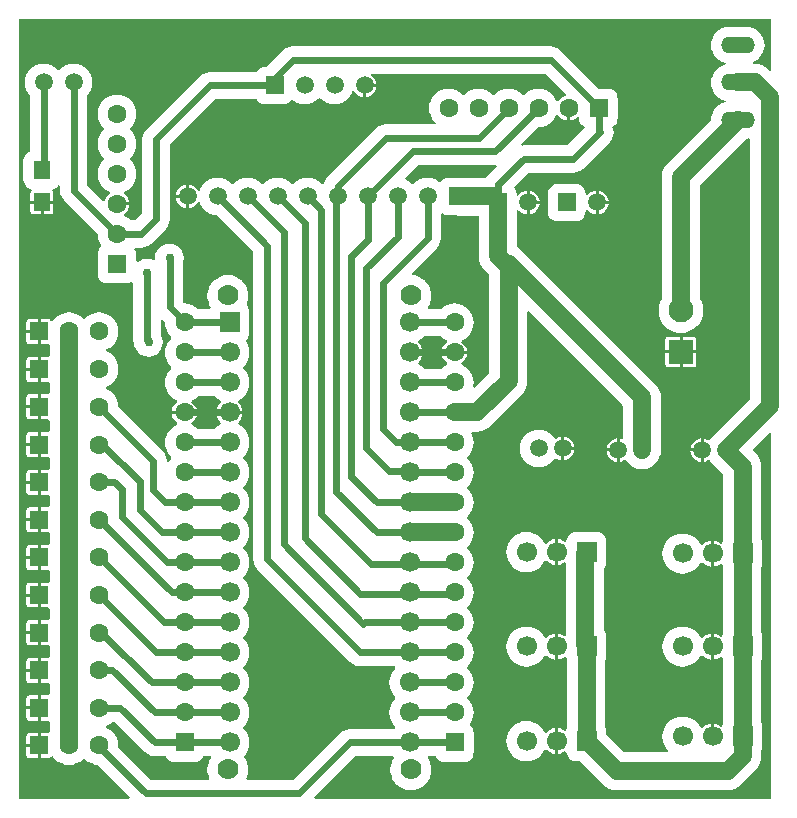
<source format=gtl>
%FSTAX23Y23*%
%MOIN*%
%SFA1B1*%

%IPPOS*%
%ADD10R,0.057090X0.061020*%
%ADD11C,0.060000*%
%ADD12C,0.024000*%
%ADD13R,0.066930X0.066930*%
%ADD14C,0.066930*%
%ADD15C,0.070000*%
%ADD16O,0.112000X0.056000*%
%ADD17C,0.062990*%
%ADD18R,0.062990X0.062990*%
%ADD19C,0.059050*%
%ADD20R,0.059050X0.059050*%
%ADD21C,0.082680*%
%ADD22R,0.082680X0.082680*%
%ADD23R,0.062990X0.062990*%
%ADD24C,0.030000*%
%LNqudruped_nano-1*%
%LPD*%
G36*
X04476Y0308D02*
X04447Y03052D01*
X04441Y03043*
X04345*
X0434Y03042*
X04315*
X04306Y03041*
X04298Y03038*
X04291Y03033*
X04289Y03029*
X04284Y03028*
X04279Y03032*
X04269Y03038*
X04257Y03041*
X04245Y03042*
X04232Y03041*
X0422Y03038*
X0421Y03032*
X042Y03024*
X04197Y0302*
X04192*
X04189Y03024*
X04179Y03032*
X04172Y03036*
X04171Y03042*
X04213Y03084*
X0447*
X04473Y03085*
X04476Y0308*
G37*
G36*
X04298Y02921D02*
X04306Y02918D01*
X04315Y02917*
X0434*
X04345Y02916*
X04416*
Y0278*
X04417Y02767*
X04421Y02755*
X04427Y02744*
X04435Y02735*
X04451Y02718*
Y02391*
X04402Y02341*
X04397Y02344*
X04398Y02347*
X04399Y0236*
X04398Y02372*
X04394Y02384*
X04388Y02396*
X0438Y02405*
X04371Y02413*
X04359Y02419*
X04359Y0242*
X04358Y02425*
X04364Y0243*
X04371Y02439*
X04375Y02449*
X04376Y02455*
X04335*
X04293*
X04294Y02449*
X04298Y02439*
X04305Y0243*
X04311Y02425*
X0431Y0242*
X0431Y02419*
X04298Y02413*
X04289Y02405*
X04288Y02405*
X04233*
X04232Y02407*
X04222Y02415*
X04213Y0242*
X04212Y02426*
X04216Y02429*
X04222Y02438*
X04227Y02448*
X04228Y02455*
X04185*
Y02465*
X04228*
X04227Y02471*
X04222Y02481*
X04216Y02491*
X04212Y02493*
X04213Y02499*
X04222Y02504*
X04232Y02512*
X04233Y02514*
X04288*
X04289Y02514*
X04298Y02506*
X0431Y025*
X0431Y02499*
X04311Y02494*
X04305Y02489*
X04298Y0248*
X04294Y0247*
X04293Y02465*
X04335*
X04376*
X04375Y0247*
X04371Y0248*
X04364Y02489*
X04358Y02494*
X04359Y02499*
X04359Y025*
X04371Y02506*
X0438Y02514*
X04388Y02523*
X04394Y02535*
X04398Y02547*
X04399Y0256*
X04398Y02572*
X04394Y02584*
X04388Y02596*
X0438Y02605*
X04371Y02613*
X04359Y02619*
X04347Y02623*
X04335Y02624*
X04322Y02623*
X0431Y02619*
X04298Y02613*
X04289Y02605*
X04288Y02605*
X04247*
X04245Y02609*
X04246Y02612*
X04251Y02619*
X04252Y02623*
X04253Y02623*
X04253Y02624*
X04254Y02628*
X04257Y02636*
X04258Y02645*
Y02649*
X04258Y0265*
X04258Y0265*
Y02654*
X04257Y02663*
X04254Y02671*
X04253Y02675*
X04253Y02676*
X04252Y02676*
X04251Y0268*
X04246Y02687*
X04241Y02695*
X04238Y02698*
X04238Y02698*
X04238Y02698*
X04235Y02701*
X04227Y02706*
X0422Y02711*
X04216Y02712*
X04216Y02713*
X04215Y02713*
X04211Y02714*
X04203Y02717*
X04194Y02718*
X04194Y02718*
X04192Y02723*
X04277Y02807*
X04284Y02817*
X04288Y02828*
X0429Y0284*
Y02921*
X04295Y02924*
X04298Y02921*
G37*
G36*
X0472Y03233D02*
X04725Y03234D01*
X04735Y03238*
X04744Y03245*
X04745Y03246*
X0475Y03244*
Y03243*
X04751Y03234*
X04754Y03226*
X04759Y03219*
X04766Y03214*
X04769Y03213*
Y03208*
X04711Y0315*
X04565*
X04561Y03149*
X04558Y03154*
X04614Y0321*
X04615Y0321*
X04627Y03211*
X04639Y03215*
X04651Y03221*
X0466Y03229*
X04668Y03238*
X04674Y0325*
X04675Y0325*
X0468Y03251*
X04685Y03245*
X04694Y03238*
X04704Y03234*
X0471Y03233*
Y03275*
X0472*
Y03233*
G37*
G36*
X05391Y03399D02*
X05387Y03397D01*
X05379Y03404*
X0537Y03412*
X05359Y03418*
X05347Y03422*
X05335Y03423*
X05331*
X05331Y03428*
X05331Y03428*
X05342Y03434*
X05351Y03441*
X05358Y0345*
X05364Y03461*
X05368Y03473*
X05369Y03485*
X05368Y03496*
X05364Y03508*
X05358Y03519*
X05351Y03528*
X05342Y03535*
X05331Y03541*
X05319Y03545*
X05308Y03546*
X05252*
X0524Y03545*
X05228Y03541*
X05217Y03535*
X05208Y03528*
X05201Y03519*
X05195Y03508*
X05191Y03496*
X0519Y03485*
X05191Y03473*
X05195Y03461*
X05201Y0345*
X05208Y03441*
X05217Y03434*
X05228Y03428*
X0524Y03424*
Y0342*
X05228Y03416*
X05217Y0341*
X05208Y03403*
X05201Y03394*
X05195Y03383*
X05191Y03371*
X0519Y0336*
X05191Y03348*
X05195Y03336*
X05201Y03325*
X05208Y03316*
X05217Y03309*
X05228Y03303*
X0524Y03299*
Y03295*
X05228Y03291*
X05217Y03285*
X05208Y03278*
X05201Y03269*
X05195Y03258*
X05191Y03246*
X0519Y03235*
X05045Y03089*
X05037Y0308*
X05031Y03069*
X05027Y03057*
X05026Y03045*
Y02639*
X0502Y02628*
X05016Y02614*
X05015Y026*
X05016Y02585*
X0502Y02571*
X05027Y02558*
X05037Y02547*
X05048Y02537*
X05061Y0253*
X05075Y02526*
X0509Y02525*
X05104Y02526*
X05118Y0253*
X05131Y02537*
X05142Y02547*
X05152Y02558*
X05159Y02571*
X05163Y02585*
X05164Y026*
X05163Y02614*
X05159Y02628*
X05153Y02639*
Y03018*
X05308Y03173*
X05316Y03174*
X05321Y0317*
Y02306*
X05194Y02179*
X05186Y0217*
X05186Y02169*
X05181Y02168*
X0518Y02169*
X0517Y02173*
X05165Y02174*
Y02135*
Y02095*
X0517Y02096*
X0518Y021*
X05181Y02101*
X05186Y021*
X05186Y02099*
X05194Y0209*
X05231Y02053*
Y01837*
X05229Y01832*
X05228Y01825*
X05224Y01823*
X05223Y01823*
X05216Y01827*
X05206Y01832*
X052Y01833*
Y0179*
Y01746*
X05206Y01747*
X05216Y01752*
X05223Y01756*
X05224Y01756*
X05228Y01754*
X05229Y01747*
X05231Y01742*
Y01527*
X05229Y01522*
X05228Y01515*
X05224Y01513*
X05223Y01513*
X05216Y01517*
X05206Y01522*
X052Y01523*
Y0148*
Y01436*
X05206Y01437*
X05216Y01442*
X05223Y01446*
X05224Y01446*
X05228Y01444*
X05229Y01437*
X05231Y01432*
Y01227*
X05229Y01222*
X05228Y01215*
X05224Y01213*
X05223Y01213*
X05216Y01217*
X05206Y01222*
X052Y01223*
Y0118*
X0519*
Y01223*
X05183Y01222*
X05173Y01217*
X05164Y01211*
X05161Y01207*
X05155Y01208*
X0515Y01217*
X05142Y01227*
X05132Y01235*
X0512Y01241*
X05108Y01245*
X05095Y01246*
X05081Y01245*
X05069Y01241*
X05057Y01235*
X05047Y01227*
X05039Y01217*
X05033Y01205*
X05029Y01193*
X05028Y0118*
X05029Y01166*
X05033Y01154*
X05039Y01142*
X05047Y01133*
X05046Y01129*
X05046Y01128*
X04901*
X04841Y01187*
Y01198*
X0484Y01207*
X04838Y01212*
Y01432*
X0484Y01437*
X04841Y01446*
Y01513*
X0484Y01522*
X04837Y0153*
X04833Y01535*
Y01739*
X04837Y01744*
X0484Y01752*
X04841Y01761*
Y01828*
X0484Y01837*
X04837Y01845*
X04832Y01852*
X04825Y01857*
X04817Y0186*
X04808Y01861*
X04741*
X04732Y0186*
X04724Y01857*
X04718Y01852*
X04712Y01845*
X04709Y01837*
X04708Y0183*
X04704Y01828*
X04703Y01828*
X04696Y01832*
X04686Y01837*
X0468Y01838*
Y01795*
Y01751*
X04686Y01752*
X04696Y01757*
X04701Y0176*
X04706Y01758*
Y01516*
X04701Y01514*
X04696Y01517*
X04686Y01522*
X0468Y01523*
Y0148*
Y01436*
X04686Y01437*
X04696Y01442*
X04703Y01446*
X04704Y01446*
X04708Y01444*
X04709Y01437*
X04711Y01432*
Y01212*
X04709Y01207*
X04708Y012*
X04704Y01198*
X04703Y01198*
X04696Y01202*
X04686Y01207*
X0468Y01208*
Y01165*
Y01121*
X04686Y01122*
X04696Y01127*
X04703Y01131*
X04704Y01131*
X04708Y01129*
X04709Y01122*
X04712Y01114*
X04718Y01108*
X04724Y01102*
X04732Y01099*
X04741Y01098*
X04752*
X0483Y0102*
X04839Y01012*
X0485Y01006*
X04862Y01002*
X04875Y01001*
X05245*
X05257Y01002*
X05269Y01006*
X0528Y01012*
X05289Y0102*
X05339Y0107*
X05347Y01079*
X05353Y0109*
X05357Y01102*
X05358Y01115*
Y01132*
X0536Y01137*
X05361Y01146*
Y01213*
X0536Y01222*
X05358Y01227*
Y01432*
X0536Y01437*
X05361Y01446*
Y01513*
X0536Y01522*
X05358Y01527*
Y01742*
X0536Y01747*
X05361Y01756*
Y01823*
X0536Y01832*
X05358Y01837*
Y02079*
X05357Y02091*
X05353Y02103*
X05347Y02114*
X05339Y02124*
X05328Y02135*
X05387Y02193*
X05391Y02191*
Y00973*
X03869*
X03867Y00977*
X04003Y01114*
X04131*
X04134Y01109*
X04133Y01107*
X04128Y011*
X04127Y01096*
X04126Y01096*
X04126Y01095*
X04125Y01091*
X04122Y01083*
X04121Y01074*
Y0107*
X04121Y0107*
X04121Y01069*
Y01065*
X04122Y01056*
X04125Y01048*
X04126Y01044*
X04126Y01043*
X04127Y01043*
X04128Y01039*
X04133Y01032*
X04138Y01024*
X04141Y01021*
X04141Y01021*
X04141Y01021*
X04144Y01018*
X04152Y01013*
X04159Y01008*
X04163Y01007*
X04163Y01006*
X04164Y01006*
X04168Y01005*
X04176Y01002*
X04185Y01001*
X04187*
X0419Y01001*
X04192Y01001*
X04194*
X04203Y01002*
X04211Y01005*
X04215Y01006*
X04216Y01006*
X04216Y01007*
X0422Y01008*
X04227Y01013*
X04235Y01018*
X04238Y01021*
X04238Y01021*
X04238Y01021*
X04241Y01024*
X04246Y01032*
X04251Y01039*
X04252Y01043*
X04253Y01043*
X04253Y01044*
X04254Y01048*
X04257Y01056*
X04258Y01065*
Y01069*
X04258Y0107*
X04258Y0107*
Y01074*
X04257Y01083*
X04254Y01091*
X04253Y01095*
X04253Y01096*
X04252Y01096*
X04251Y011*
X04246Y01107*
X04245Y0111*
X04247Y01114*
X04273*
X04274Y01111*
X04279Y01104*
X04286Y01099*
X04294Y01096*
X04303Y01095*
X04366*
X04375Y01096*
X04383Y01099*
X0439Y01104*
X04395Y01111*
X04398Y01119*
X04399Y01128*
Y01191*
X04398Y012*
X04395Y01208*
X0439Y01215*
X04387Y01216*
X04387Y01221*
X04388Y01223*
X04394Y01235*
X04398Y01247*
X04399Y0126*
X04398Y01272*
X04394Y01284*
X04388Y01296*
X0438Y01305*
X04378Y01307*
Y01312*
X0438Y01314*
X04388Y01323*
X04394Y01335*
X04398Y01347*
X04399Y0136*
X04398Y01372*
X04394Y01384*
X04388Y01396*
X0438Y01405*
X04378Y01407*
Y01412*
X0438Y01414*
X04388Y01424*
X04394Y01435*
X04398Y01447*
X04399Y0146*
X04398Y01472*
X04394Y01484*
X04388Y01496*
X0438Y01505*
X04378Y01507*
Y01512*
X0438Y01514*
X04388Y01524*
X04394Y01535*
X04398Y01547*
X04399Y0156*
X04398Y01572*
X04394Y01584*
X04388Y01596*
X0438Y01605*
X04378Y01607*
Y01612*
X0438Y01614*
X04388Y01623*
X04394Y01635*
X04398Y01647*
X04399Y0166*
X04398Y01672*
X04394Y01684*
X04388Y01696*
X0438Y01705*
X04378Y01707*
Y01712*
X0438Y01714*
X04388Y01723*
X04394Y01735*
X04398Y01747*
X04399Y0176*
X04398Y01772*
X04394Y01784*
X04388Y01796*
X0438Y01805*
X04378Y01807*
Y01812*
X0438Y01814*
X04388Y01823*
X04394Y01835*
X04398Y01847*
X04399Y0186*
X04398Y01872*
X04394Y01884*
X04388Y01896*
X0438Y01905*
X04378Y01907*
Y01912*
X0438Y01914*
X04388Y01924*
X04394Y01935*
X04398Y01947*
X04399Y0196*
X04398Y01972*
X04394Y01984*
X04388Y01996*
X0438Y02005*
X04378Y02007*
Y02012*
X0438Y02014*
X04388Y02023*
X04394Y02035*
X04398Y02047*
X04399Y0206*
X04398Y02072*
X04394Y02084*
X04388Y02096*
X0438Y02105*
X04378Y02107*
Y02112*
X0438Y02114*
X04388Y02123*
X04394Y02135*
X04398Y02147*
X04399Y0216*
X04398Y02172*
X04394Y02184*
X04391Y02191*
X04394Y02196*
X0441*
X04422Y02197*
X04434Y02201*
X04445Y02207*
X04454Y02215*
X04559Y0232*
X04567Y02329*
X04573Y0234*
X04577Y02352*
X04578Y02365*
Y02595*
X04582Y02597*
X04896Y02283*
Y02175*
X04892Y02173*
X04891Y02173*
X04886Y02174*
Y02135*
Y02095*
X04891Y02096*
X04901Y021*
X04902Y02101*
X04907Y021*
X04907Y02099*
X04915Y0209*
X04924Y02082*
X04935Y02076*
X04947Y02072*
X0496Y02071*
X04972Y02072*
X04984Y02076*
X04995Y02082*
X05004Y0209*
X05012Y02099*
X05018Y0211*
X05022Y02122*
X05023Y02135*
Y0231*
X05022Y02322*
X05018Y02334*
X05012Y02345*
X05004Y02354*
X04559Y02799*
X0455Y02807*
X04543Y02811*
Y02934*
X04548Y02936*
X04551Y02931*
X0456Y02925*
X04569Y02921*
X04575Y0292*
Y0296*
Y02999*
X04569Y02998*
X0456Y02994*
X04551Y02988*
X04547Y02982*
X04542Y02984*
Y02989*
X04541Y02998*
X04538Y03006*
X04534Y0301*
X04583Y03059*
X0473*
X04741Y03061*
X04752Y03065*
X04762Y03072*
X04852Y03162*
X04859Y03172*
X04863Y03183*
X04865Y03195*
X04863Y03206*
X0486Y03213*
X04863Y03214*
X0487Y03219*
X04875Y03226*
X04878Y03234*
X04879Y03243*
Y03306*
X04878Y03315*
X04875Y03323*
X0487Y0333*
X04863Y03335*
X04855Y03338*
X04846Y03339*
X04814*
X04687Y03467*
X04677Y03474*
X04666Y03478*
X04655Y0348*
X03795*
X03783Y03478*
X03772Y03474*
X03762Y03467*
X03708Y03412*
X03705*
X03696Y03411*
X03688Y03408*
X03681Y03403*
X03676Y03396*
X03676Y03395*
X0352*
X03508Y03393*
X03497Y03389*
X03487Y03382*
X03307Y03202*
X033Y03192*
X03296Y03181*
X03294Y0317*
Y02923*
X03271Y029*
X03256*
X03255Y029*
X03246Y02908*
X03234Y02914*
X03234Y02915*
X03233Y0292*
X03239Y02925*
X03246Y02934*
X0325Y02944*
X03251Y0295*
X0321*
Y0296*
X03251*
X0325Y02965*
X03246Y02975*
X03239Y02984*
X03233Y02989*
X03234Y02994*
X03234Y02995*
X03246Y03001*
X03255Y03009*
X03263Y03018*
X03269Y0303*
X03273Y03042*
X03274Y03055*
X03273Y03067*
X03269Y03079*
X03263Y03091*
X03255Y031*
X03253Y03102*
Y03107*
X03255Y03109*
X03263Y03118*
X03269Y0313*
X03273Y03142*
X03274Y03155*
X03273Y03167*
X03269Y03179*
X03263Y03191*
X03255Y032*
X03253Y03202*
Y03207*
X03255Y03209*
X03263Y03218*
X03269Y0323*
X03273Y03242*
X03274Y03255*
X03273Y03267*
X03269Y03279*
X03263Y03291*
X03255Y033*
X03246Y03308*
X03234Y03314*
X03222Y03318*
X0321Y03319*
X03197Y03318*
X03185Y03314*
X03173Y03308*
X03164Y033*
X03156Y03291*
X0315Y03279*
X03146Y03267*
X03145Y03255*
X03146Y03242*
X0315Y0323*
X03156Y03218*
X03164Y03209*
X03166Y03207*
Y03202*
X03164Y032*
X03156Y03191*
X0315Y03179*
X03146Y03167*
X03145Y03155*
X03146Y03142*
X0315Y0313*
X03156Y03118*
X03164Y03109*
X03166Y03107*
Y03102*
X03164Y031*
X03156Y03091*
X0315Y03079*
X03146Y03067*
X03145Y03055*
X03146Y03042*
X0315Y0303*
X03156Y03018*
X03164Y03009*
X03173Y03001*
X03185Y02995*
X03185Y02994*
X03186Y02989*
X0318Y02984*
X03173Y02975*
X03169Y02966*
X03165Y02964*
X03164Y02964*
X0311Y03018*
Y03316*
X03117Y03325*
X03123Y03335*
X03126Y03347*
X03127Y0336*
X03126Y03372*
X03123Y03384*
X03117Y03394*
X03109Y03404*
X03099Y03412*
X03089Y03418*
X03077Y03421*
X03065Y03422*
X03052Y03421*
X0304Y03418*
X0303Y03412*
X0302Y03404*
X03017Y034*
X03012*
X03009Y03404*
X02999Y03412*
X02989Y03418*
X02977Y03421*
X02965Y03422*
X02952Y03421*
X0294Y03418*
X0293Y03412*
X0292Y03404*
X02912Y03394*
X02906Y03384*
X02903Y03372*
X02902Y0336*
X02903Y03347*
X02906Y03335*
X02912Y03325*
X02919Y03316*
Y03129*
X02914Y03127*
X02907Y03122*
X02902Y03115*
X02899Y03107*
X02898Y03098*
Y03037*
X02899Y03029*
X02902Y0302*
X02907Y03014*
X02914Y03008*
X02922Y03005*
X02923Y03005*
X02925Y03*
X02924Y02999*
X02922Y02996*
X02921Y02992*
Y02966*
X02998*
Y02992*
X02997Y02996*
X02995Y02999*
X02994Y03*
X02996Y03005*
X02997Y03005*
X03005Y03008*
X03012Y03014*
X03014Y03017*
X03019Y03015*
Y02999*
X03021Y02988*
X03025Y02977*
X03032Y02967*
X03145Y02855*
X03145Y02855*
X03146Y02842*
X0315Y0283*
X03156Y02818*
X03157Y02816*
X03157Y02811*
X03154Y0281*
X03149Y02803*
X03146Y02795*
X03145Y02786*
Y02723*
X03146Y02714*
X03149Y02706*
X03154Y02699*
X03161Y02694*
X03169Y02691*
X03178Y0269*
X03241*
X0325Y02691*
X03258Y02694*
X0326Y02696*
X03264Y02693*
Y025*
X03266Y02488*
X03268Y02483*
X03268Y02482*
X03273Y0247*
X0328Y0246*
X0329Y02453*
X03302Y02448*
X03315Y02446*
X03327Y02448*
X03339Y02453*
X03349Y0246*
X03356Y0247*
X03361Y02482*
X03363Y02495*
X03361Y02507*
X03356Y02519*
X03355Y02521*
Y02568*
X0336Y0257*
X0337Y0256*
X0337Y0256*
X03371Y02547*
X03375Y02535*
X03381Y02523*
X03389Y02514*
X03391Y02512*
Y02507*
X03389Y02505*
X03381Y02496*
X03375Y02484*
X03371Y02472*
X0337Y0246*
X03371Y02447*
X03375Y02435*
X03381Y02423*
X03389Y02414*
X03391Y02412*
Y02407*
X03389Y02405*
X03381Y02396*
X03375Y02384*
X03371Y02372*
X0337Y0236*
X03371Y02347*
X03375Y02335*
X03381Y02323*
X03389Y02314*
X03398Y02306*
X0341Y023*
X0341Y02299*
X03411Y02294*
X03405Y02289*
X03398Y0228*
X03394Y0227*
X03393Y02265*
X03435*
X03476*
X03475Y0227*
X03471Y0228*
X03464Y02289*
X03458Y02294*
X03459Y02299*
X03459Y023*
X03471Y02306*
X0348Y02314*
X03481Y02314*
X03536*
X03537Y02312*
X03547Y02304*
X03557Y02299*
X03557Y02293*
X03554Y02291*
X03547Y02281*
X03542Y02271*
X03541Y02265*
X03628*
X03627Y02271*
X03622Y02281*
X03616Y02291*
X03612Y02293*
X03613Y02299*
X03622Y02304*
X03632Y02312*
X0364Y02322*
X03646Y02334*
X0365Y02346*
X03651Y0236*
X0365Y02373*
X03646Y02385*
X0364Y02397*
X03632Y02406*
X03631Y02408*
Y02411*
X03632Y02413*
X0364Y02422*
X03646Y02434*
X0365Y02446*
X03651Y0246*
X0365Y02473*
X03646Y02485*
X0364Y02497*
X0364Y02497*
X0364Y02502*
X03642Y02503*
X03647Y02509*
X0365Y02517*
X03651Y02526*
Y02593*
X0365Y02602*
X03647Y0261*
X03642Y02617*
X0364Y02618*
X03641Y02619*
X03642Y02623*
X03643Y02623*
X03643Y02624*
X03644Y02628*
X03647Y02636*
X03648Y02645*
Y02649*
X03648Y0265*
X03648Y0265*
Y02654*
X03647Y02663*
X03644Y02671*
X03643Y02675*
X03643Y02676*
X03642Y02676*
X03641Y0268*
X03636Y02687*
X03631Y02695*
X03628Y02698*
X03628Y02698*
X03628Y02698*
X03625Y02701*
X03617Y02706*
X0361Y02711*
X03606Y02712*
X03606Y02713*
X03605Y02713*
X03601Y02714*
X03593Y02717*
X03584Y02718*
X03582*
X0358Y02718*
X03577Y02718*
X03575*
X03566Y02717*
X03558Y02714*
X03554Y02713*
X03553Y02713*
X03553Y02712*
X03549Y02711*
X03542Y02706*
X03534Y02701*
X03531Y02698*
X03531Y02698*
X03531Y02698*
X03528Y02695*
X03523Y02687*
X03518Y0268*
X03517Y02676*
X03516Y02676*
X03516Y02675*
X03515Y02671*
X03512Y02663*
X03511Y02654*
Y0265*
X03511Y0265*
X03511Y02649*
Y02645*
X03512Y02636*
X03515Y02628*
X03516Y02624*
X03516Y02623*
X03517Y02623*
X03518Y02619*
X03523Y02612*
X03523Y02611*
X03522Y0261*
X0352Y02605*
X03481*
X0348Y02605*
X03471Y02613*
X03459Y02619*
X03447Y02623*
X03435Y02624*
X03434Y02624*
X0343Y02628*
Y02759*
X03431Y02762*
X03433Y02775*
X03431Y02787*
X03426Y02799*
X03419Y02809*
X03409Y02816*
X03397Y02821*
X03385Y02823*
X03372Y02821*
X0336Y02816*
X0335Y02809*
X03343Y02799*
X03338Y02787*
X03336Y02775*
X03337Y0277*
X03332Y02767*
X03322Y02771*
X0331Y02773*
X03297Y02771*
X03285Y02766*
X03279Y02762*
X03274Y02764*
Y02786*
X03273Y02795*
X0327Y02803*
X03268Y02805*
X03271Y02809*
X0329*
X03301Y02811*
X03312Y02815*
X03322Y02822*
X03372Y02872*
X03379Y02882*
X03383Y02893*
X03385Y02905*
Y03151*
X03538Y03304*
X03676*
X03676Y03303*
X03681Y03296*
X03688Y03291*
X03696Y03288*
X03705Y03287*
X03764*
X03773Y03288*
X03781Y03291*
X03788Y03296*
X0379Y033*
X03795Y03301*
X038Y03297*
X0381Y03291*
X03822Y03288*
X03835Y03287*
X03847Y03288*
X03859Y03291*
X03869Y03297*
X03879Y03305*
X03882Y03309*
X03887*
X0389Y03305*
X039Y03297*
X0391Y03291*
X03922Y03288*
X03935Y03287*
X03947Y03288*
X03959Y03291*
X03969Y03297*
X03979Y03305*
X03987Y03315*
X03993Y03325*
X03994Y03331*
X03999Y03331*
X04Y0333*
X04006Y03321*
X04015Y03315*
X04024Y03311*
X0403Y0331*
Y0335*
X04035*
Y03355*
X04074*
X04073Y0336*
X04069Y03369*
X04063Y03378*
X04054Y03384*
X04054Y03384*
X04055Y03389*
X04636*
X04705Y0332*
X04705Y03319*
X04703Y03315*
X04694Y03311*
X04685Y03304*
X0468Y03298*
X04675Y03299*
X04674Y03299*
X04668Y03311*
X0466Y0332*
X04651Y03328*
X04639Y03334*
X04627Y03338*
X04615Y03339*
X04602Y03338*
X0459Y03334*
X04578Y03328*
X04569Y0332*
X04567Y03318*
X04562*
X0456Y0332*
X04551Y03328*
X04539Y03334*
X04527Y03338*
X04515Y03339*
X04502Y03338*
X0449Y03334*
X04478Y03328*
X04469Y0332*
X04467Y03318*
X04462*
X0446Y0332*
X04451Y03328*
X04439Y03334*
X04427Y03338*
X04415Y03339*
X04402Y03338*
X0439Y03334*
X04378Y03328*
X04369Y0332*
X04367Y03318*
X04362*
X0436Y0332*
X04351Y03328*
X04339Y03334*
X04327Y03338*
X04315Y03339*
X04302Y03338*
X0429Y03334*
X04278Y03328*
X04269Y0332*
X04261Y03311*
X04255Y03299*
X04251Y03287*
X0425Y03275*
X04251Y03262*
X04255Y0325*
X04261Y03238*
X04269Y03229*
X04273Y03225*
X04272Y0322*
X04105*
X04093Y03218*
X04082Y03214*
X04072Y03207*
X03912Y03047*
X03905Y03037*
X03901Y03026*
X039Y03024*
X039Y03024*
X03897Y0302*
X03892*
X03889Y03024*
X03879Y03032*
X03869Y03038*
X03857Y03041*
X03845Y03042*
X03832Y03041*
X0382Y03038*
X0381Y03032*
X038Y03024*
X03797Y0302*
X03792*
X03789Y03024*
X03779Y03032*
X03769Y03038*
X03757Y03041*
X03745Y03042*
X03732Y03041*
X0372Y03038*
X0371Y03032*
X037Y03024*
X03697Y0302*
X03692*
X03689Y03024*
X03679Y03032*
X03669Y03038*
X03657Y03041*
X03645Y03042*
X03632Y03041*
X0362Y03038*
X0361Y03032*
X036Y03024*
X03597Y0302*
X03592*
X03589Y03024*
X03579Y03032*
X03569Y03038*
X03557Y03041*
X03545Y03042*
X03532Y03041*
X0352Y03038*
X0351Y03032*
X035Y03024*
X03492Y03014*
X03486Y03004*
X03485Y02998*
X0348Y02998*
X03479Y02999*
X03473Y03008*
X03464Y03014*
X03455Y03018*
X0345Y03019*
Y0298*
Y0294*
X03455Y02941*
X03464Y02945*
X03473Y02951*
X03479Y0296*
X0348Y02961*
X03485Y02961*
X03486Y02955*
X03492Y02945*
X035Y02935*
X0351Y02927*
X0352Y02921*
X03532Y02918*
X03543Y02917*
X03664Y02796*
Y0177*
X03666Y01758*
X0367Y01747*
X03677Y01737*
X03987Y01427*
X03997Y0142*
X04008Y01416*
X0402Y01414*
X04136*
X04137Y01413*
X04138Y01411*
Y01408*
X04137Y01406*
X04129Y01397*
X04123Y01385*
X04119Y01373*
X04118Y0136*
X04119Y01346*
X04123Y01334*
X04129Y01322*
X04137Y01313*
X04138Y01311*
Y01308*
X04137Y01306*
X04129Y01297*
X04123Y01285*
X04119Y01273*
X04118Y0126*
X04119Y01246*
X04123Y01234*
X04129Y01222*
X04137Y01213*
X04138Y01211*
Y01209*
X04134Y01205*
X03985*
X03973Y01203*
X03962Y01199*
X03952Y01192*
X03796Y01035*
X03643*
X03643Y01036*
X03641Y0104*
X03642Y01043*
X03643Y01043*
X03643Y01044*
X03644Y01048*
X03647Y01056*
X03648Y01065*
Y01069*
X03648Y0107*
X03648Y0107*
Y01074*
X03647Y01083*
X03644Y01091*
X03643Y01095*
X03643Y01096*
X03642Y01096*
X03641Y011*
X03636Y01107*
X03632Y01113*
X0364Y01122*
X03646Y01134*
X0365Y01146*
X03651Y0116*
X0365Y01173*
X03646Y01185*
X0364Y01197*
X03632Y01206*
X03631Y01208*
Y01211*
X03632Y01213*
X0364Y01222*
X03646Y01234*
X0365Y01246*
X03651Y0126*
X0365Y01273*
X03646Y01285*
X0364Y01297*
X03632Y01306*
X03631Y01308*
Y01311*
X03632Y01313*
X0364Y01322*
X03646Y01334*
X0365Y01346*
X03651Y0136*
X0365Y01373*
X03646Y01385*
X0364Y01397*
X03632Y01406*
X03631Y01408*
Y01411*
X03632Y01413*
X0364Y01422*
X03646Y01434*
X0365Y01446*
X03651Y0146*
X0365Y01473*
X03646Y01485*
X0364Y01497*
X03632Y01506*
X03631Y01508*
Y01511*
X03632Y01513*
X0364Y01522*
X03646Y01534*
X0365Y01546*
X03651Y0156*
X0365Y01573*
X03646Y01585*
X0364Y01597*
X03632Y01606*
X03631Y01608*
Y01612*
X03632Y01612*
X0364Y01622*
X03646Y01634*
X0365Y01646*
X03651Y0166*
X0365Y01673*
X03646Y01685*
X0364Y01697*
X03632Y01706*
X03631Y01708*
Y01711*
X03632Y01713*
X0364Y01722*
X03646Y01734*
X0365Y01746*
X03651Y0176*
X0365Y01773*
X03646Y01785*
X0364Y01797*
X03632Y01806*
X03631Y01808*
Y01811*
X03632Y01813*
X0364Y01822*
X03646Y01834*
X0365Y01846*
X03651Y0186*
X0365Y01873*
X03646Y01885*
X0364Y01897*
X03632Y01906*
X03631Y01908*
Y01911*
X03632Y01913*
X0364Y01922*
X03646Y01934*
X0365Y01946*
X03651Y0196*
X0365Y01973*
X03646Y01985*
X0364Y01997*
X03632Y02006*
X03631Y02008*
Y02011*
X03632Y02013*
X0364Y02022*
X03646Y02034*
X0365Y02046*
X03651Y0206*
X0365Y02073*
X03646Y02085*
X0364Y02097*
X03632Y02106*
X03631Y02108*
Y02111*
X03632Y02113*
X0364Y02122*
X03646Y02134*
X0365Y02146*
X03651Y0216*
X0365Y02173*
X03646Y02185*
X0364Y02197*
X03632Y02207*
X03622Y02215*
X03613Y0222*
X03612Y02226*
X03616Y02229*
X03622Y02238*
X03627Y02248*
X03628Y02255*
X03541*
X03542Y02248*
X03547Y02238*
X03554Y02229*
X03557Y02226*
X03557Y0222*
X03547Y02215*
X03537Y02207*
X03536Y02205*
X03481*
X0348Y02205*
X03471Y02213*
X03459Y02219*
X03459Y0222*
X03458Y02225*
X03464Y0223*
X03471Y02239*
X03475Y02249*
X03476Y02255*
X03435*
X03393*
X03394Y02249*
X03398Y02239*
X03405Y0223*
X03411Y02225*
X0341Y0222*
X0341Y02219*
X03398Y02213*
X03389Y02205*
X03381Y02196*
X03375Y02184*
X03371Y02172*
X0337Y0216*
X03371Y02147*
X03375Y02135*
X03381Y02123*
X03389Y02114*
X03391Y02112*
Y02107*
X03389Y02105*
X03381Y02096*
X0338Y02094*
X03375Y02095*
Y02099*
X03373Y0211*
X03369Y02121*
X03362Y02131*
X03214Y02278*
X03214Y02279*
X03213Y02291*
X03209Y02303*
X03203Y02315*
X03195Y02324*
X03186Y02332*
X03174Y02338*
X03173Y02339*
Y02344*
X03174Y02344*
X03186Y0235*
X03195Y02358*
X03203Y02368*
X03209Y02379*
X03213Y02391*
X03214Y02404*
X03213Y02417*
X03209Y02429*
X03203Y0244*
X03195Y0245*
X03186Y02458*
X03174Y02464*
X03173Y02464*
Y02469*
X03174Y0247*
X03186Y02476*
X03195Y02484*
X03203Y02493*
X03209Y02505*
X03213Y02517*
X03214Y0253*
X03213Y02542*
X03209Y02554*
X03203Y02566*
X03195Y02575*
X03186Y02583*
X03174Y02589*
X03162Y02593*
X0315Y02594*
X03137Y02593*
X03125Y02589*
X03113Y02583*
X03104Y02575*
X03102Y02573*
X03097*
X03095Y02575*
X03086Y02583*
X03074Y02589*
X03062Y02593*
X0305Y02594*
X03037Y02593*
X03025Y02589*
X03013Y02583*
X03004Y02575*
X02996Y02566*
X02995Y02565*
X02993Y02565*
X0299Y02566*
X02988Y02568*
X02985Y0257*
X02981Y02571*
X02955*
Y0253*
Y02488*
X02981*
X02981Y02488*
X02986Y02484*
Y0245*
X02981Y02446*
X02981Y02446*
X02955*
Y02404*
Y02362*
X02981*
X02981Y02362*
X02986Y02358*
Y02324*
X02981Y0232*
X02981Y0232*
X02955*
Y02279*
Y02237*
X02981*
X02981Y02237*
X02986Y02233*
Y02199*
X02981Y02195*
X02981Y02195*
X02955*
Y02153*
Y02111*
X02981*
X02981Y02111*
X02986Y02108*
Y02073*
X02981Y02069*
X02981Y02069*
X02955*
Y02028*
Y01986*
X02981*
X02981Y01986*
X02986Y01982*
Y01948*
X02981Y01944*
X02981Y01944*
X02955*
Y01902*
Y01861*
X02981*
X02981Y01861*
X02986Y01857*
Y01822*
X02981Y01818*
X02981Y01818*
X02955*
Y01777*
Y01735*
X02981*
X02981Y01735*
X02986Y01731*
Y01697*
X02981Y01693*
X02981Y01693*
X02955*
Y01651*
Y0161*
X02981*
X02981Y0161*
X02986Y01606*
Y01571*
X02981Y01568*
X02981Y01568*
X02955*
Y01526*
Y01484*
X02981*
X02981Y01484*
X02986Y0148*
Y01446*
X02981Y01442*
X02981Y01442*
X02955*
Y014*
Y01359*
X02981*
X02981Y01359*
X02986Y01355*
Y01321*
X02981Y01317*
X02981Y01317*
X02955*
Y01275*
Y01233*
X02981*
X02981Y01233*
X02986Y01229*
Y01195*
X02981Y01191*
X02981Y01191*
X02955*
Y0115*
Y01108*
X02981*
X02985Y01109*
X02988Y01111*
X0299Y01113*
X02993Y01114*
X02995Y01114*
X02996Y01113*
X03004Y01104*
X03013Y01096*
X03025Y0109*
X03037Y01086*
X0305Y01085*
X03062Y01086*
X03074Y0109*
X03086Y01096*
X03095Y01104*
X03097Y01106*
X03102*
X03104Y01104*
X03113Y01096*
X03125Y0109*
X03137Y01086*
X03145Y01085*
X03252Y00977*
X0325Y00973*
X02883*
Y03571*
X05391*
Y03399*
G37*
G36*
X03302Y01127D02*
X03312Y0112D01*
X03323Y01116*
X03335Y01114*
X03373*
X03374Y01111*
X03379Y01104*
X03386Y01099*
X03394Y01096*
X03403Y01095*
X03466*
X03475Y01096*
X03483Y01099*
X0349Y01104*
X03495Y01111*
X03496Y01114*
X03522*
X03524Y0111*
X03523Y01107*
X03518Y011*
X03517Y01096*
X03516Y01096*
X03516Y01095*
X03515Y01091*
X03512Y01083*
X03511Y01074*
Y0107*
X03511Y0107*
X03511Y01069*
Y01065*
X03512Y01056*
X03515Y01048*
X03516Y01044*
X03516Y01043*
X03517Y01043*
X03518Y0104*
X03516Y01036*
X03516Y01035*
X03323*
X03214Y01144*
X03214Y0115*
X03213Y01162*
X03209Y01174*
X03203Y01186*
X03195Y01195*
X03186Y01203*
X03174Y01209*
X03173Y0121*
Y01215*
X03174Y01215*
X03186Y01221*
X03195Y01229*
X03195Y01229*
X032Y01229*
X03302Y01127*
G37*
%LNqudruped_nano-2*%
%LPC*%
G36*
X02945Y01818D02*
X02918D01*
X02914Y01818*
X02911Y01815*
X02909Y01812*
X02908Y01808*
Y01782*
X02945*
Y01818*
G37*
G36*
Y01897D02*
X02908D01*
Y01871*
X02909Y01867*
X02911Y01864*
X02914Y01861*
X02918Y01861*
X02945*
Y01897*
G37*
G36*
X04575Y01861D02*
X04561Y0186D01*
X04549Y01856*
X04537Y0185*
X04527Y01842*
X04519Y01832*
X04513Y0182*
X04509Y01808*
X04508Y01795*
X04509Y01781*
X04513Y01769*
X04519Y01757*
X04527Y01747*
X04537Y01739*
X04549Y01733*
X04561Y01729*
X04575Y01728*
X04588Y01729*
X046Y01733*
X04612Y01739*
X04622Y01747*
X0463Y01757*
X04635Y01767*
X04641Y01767*
X04644Y01764*
X04653Y01757*
X04663Y01752*
X0467Y01751*
Y01795*
Y01838*
X04663Y01837*
X04653Y01832*
X04644Y01826*
X04641Y01822*
X04635Y01823*
X0463Y01832*
X04622Y01842*
X04612Y0185*
X046Y01856*
X04588Y0186*
X04575Y01861*
G37*
G36*
X02945Y01772D02*
X02908D01*
Y01745*
X02909Y01741*
X02911Y01738*
X02914Y01736*
X02918Y01735*
X02945*
Y01772*
G37*
G36*
X05095Y01856D02*
X05081Y01855D01*
X05069Y01851*
X05057Y01845*
X05047Y01837*
X05039Y01827*
X05033Y01815*
X05029Y01803*
X05028Y0179*
X05029Y01776*
X05033Y01764*
X05039Y01752*
X05047Y01742*
X05057Y01734*
X05069Y01728*
X05081Y01724*
X05095Y01723*
X05108Y01724*
X0512Y01728*
X05132Y01734*
X05142Y01742*
X0515Y01752*
X05155Y01762*
X05161Y01762*
X05164Y01759*
X05173Y01752*
X05183Y01747*
X0519Y01746*
Y0179*
Y01833*
X05183Y01832*
X05173Y01827*
X05164Y01821*
X05161Y01817*
X05155Y01818*
X0515Y01827*
X05142Y01837*
X05132Y01845*
X0512Y01851*
X05108Y01855*
X05095Y01856*
G37*
G36*
X04876Y0213D02*
X04842D01*
X04842Y02124*
X04846Y02115*
X04853Y02106*
X04861Y021*
X0487Y02096*
X04876Y02095*
Y0213*
G37*
G36*
X05155D02*
X05121D01*
X05122Y02124*
X05126Y02115*
X05132Y02106*
X0514Y021*
X0515Y02096*
X05155Y02095*
Y0213*
G37*
G36*
X04616Y02202D02*
X04604Y02201D01*
X04592Y02198*
X04581Y02192*
X04571Y02184*
X04564Y02174*
X04558Y02164*
X04554Y02152*
X04553Y0214*
X04554Y02127*
X04558Y02115*
X04564Y02105*
X04571Y02095*
X04581Y02087*
X04592Y02081*
X04604Y02078*
X04616Y02077*
X04628Y02078*
X0464Y02081*
X04651Y02087*
X0466Y02095*
X04668Y02105*
X04668Y02105*
X04673Y02106*
X04675Y02105*
X04684Y02101*
X0469Y021*
Y0214*
Y02179*
X04684Y02178*
X04675Y02174*
X04673Y02173*
X04668Y02174*
X04668Y02174*
X0466Y02184*
X04651Y02192*
X0464Y02198*
X04628Y02201*
X04616Y02202*
G37*
G36*
X02945Y01944D02*
X02918D01*
X02914Y01943*
X02911Y01941*
X02909Y01938*
X02908Y01934*
Y01907*
X02945*
Y01944*
G37*
G36*
Y02023D02*
X02908D01*
Y01996*
X02909Y01992*
X02911Y01989*
X02914Y01987*
X02918Y01986*
X02945*
Y02023*
G37*
G36*
Y02069D02*
X02918D01*
X02914Y02069*
X02911Y02066*
X02909Y02063*
X02908Y02059*
Y02033*
X02945*
Y02069*
G37*
G36*
Y01693D02*
X02918D01*
X02914Y01692*
X02911Y0169*
X02909Y01687*
X02908Y01683*
Y01656*
X02945*
Y01693*
G37*
G36*
Y0127D02*
X02908D01*
Y01243*
X02909Y0124*
X02911Y01236*
X02914Y01234*
X02918Y01233*
X02945*
Y0127*
G37*
G36*
Y01317D02*
X02918D01*
X02914Y01316*
X02911Y01314*
X02909Y0131*
X02908Y01306*
Y0128*
X02945*
Y01317*
G37*
G36*
Y01395D02*
X02908D01*
Y01369*
X02909Y01365*
X02911Y01362*
X02914Y01359*
X02918Y01359*
X02945*
Y01395*
G37*
G36*
Y01145D02*
X02908D01*
Y01118*
X02909Y01114*
X02911Y01111*
X02914Y01109*
X02918Y01108*
X02945*
Y01145*
G37*
G36*
X04575Y01231D02*
X04561Y0123D01*
X04549Y01226*
X04537Y0122*
X04527Y01212*
X04519Y01202*
X04513Y0119*
X04509Y01178*
X04508Y01165*
X04509Y01151*
X04513Y01139*
X04519Y01127*
X04527Y01117*
X04537Y01109*
X04549Y01103*
X04561Y01099*
X04575Y01098*
X04588Y01099*
X046Y01103*
X04612Y01109*
X04622Y01117*
X0463Y01127*
X04635Y01137*
X04641Y01137*
X04644Y01134*
X04653Y01127*
X04663Y01122*
X0467Y01121*
Y01165*
Y01208*
X04663Y01207*
X04653Y01202*
X04644Y01196*
X04641Y01192*
X04635Y01193*
X0463Y01202*
X04622Y01212*
X04612Y0122*
X046Y01226*
X04588Y0123*
X04575Y01231*
G37*
G36*
X02945Y01191D02*
X02918D01*
X02914Y0119*
X02911Y01188*
X02909Y01185*
X02908Y01181*
Y01155*
X02945*
Y01191*
G37*
G36*
Y01521D02*
X02908D01*
Y01494*
X02909Y0149*
X02911Y01487*
X02914Y01485*
X02918Y01484*
X02945*
Y01521*
G37*
G36*
Y01568D02*
X02918D01*
X02914Y01567*
X02911Y01565*
X02909Y01561*
X02908Y01557*
Y01531*
X02945*
Y01568*
G37*
G36*
Y01646D02*
X02908D01*
Y0162*
X02909Y01616*
X02911Y01613*
X02914Y0161*
X02918Y0161*
X02945*
Y01646*
G37*
G36*
Y01442D02*
X02918D01*
X02914Y01441*
X02911Y01439*
X02909Y01436*
X02908Y01432*
Y01405*
X02945*
Y01442*
G37*
G36*
X04575Y01546D02*
X04561Y01545D01*
X04549Y01541*
X04537Y01535*
X04527Y01527*
X04519Y01517*
X04513Y01505*
X04509Y01493*
X04508Y0148*
X04509Y01466*
X04513Y01454*
X04519Y01442*
X04527Y01432*
X04537Y01424*
X04549Y01418*
X04561Y01414*
X04575Y01413*
X04588Y01414*
X046Y01418*
X04612Y01424*
X04622Y01432*
X0463Y01442*
X04635Y01452*
X04641Y01452*
X04644Y01449*
X04653Y01442*
X04663Y01437*
X0467Y01436*
Y0148*
Y01523*
X04663Y01522*
X04653Y01517*
X04644Y01511*
X04641Y01507*
X04635Y01508*
X0463Y01517*
X04622Y01527*
X04612Y01535*
X046Y01541*
X04588Y01545*
X04575Y01546*
G37*
G36*
X05095D02*
X05081Y01545D01*
X05069Y01541*
X05057Y01535*
X05047Y01527*
X05039Y01517*
X05033Y01505*
X05029Y01493*
X05028Y0148*
X05029Y01466*
X05033Y01454*
X05039Y01442*
X05047Y01432*
X05057Y01424*
X05069Y01418*
X05081Y01414*
X05095Y01413*
X05108Y01414*
X0512Y01418*
X05132Y01424*
X05142Y01432*
X0515Y01442*
X05155Y01452*
X05161Y01452*
X05164Y01449*
X05173Y01442*
X05183Y01437*
X0519Y01436*
Y0148*
Y01523*
X05183Y01522*
X05173Y01517*
X05164Y01511*
X05161Y01507*
X05155Y01508*
X0515Y01517*
X05142Y01527*
X05132Y01535*
X0512Y01541*
X05108Y01545*
X05095Y01546*
G37*
G36*
X04734Y02135D02*
X047D01*
Y021*
X04705Y02101*
X04714Y02105*
X04723Y02111*
X04729Y0212*
X04733Y02129*
X04734Y02135*
G37*
G36*
X04849Y02955D02*
X04815D01*
Y0292*
X0482Y02921*
X04829Y02925*
X04838Y02931*
X04844Y0294*
X04848Y02949*
X04849Y02955*
G37*
G36*
X04619D02*
X04585D01*
Y0292*
X0459Y02921*
X04599Y02925*
X04608Y02931*
X04614Y0294*
X04618Y02949*
X04619Y02955*
G37*
G36*
X02955Y02956D02*
X02921D01*
Y02931*
X02922Y02927*
X02924Y02924*
X02927Y02921*
X02931Y02921*
X02955*
Y02956*
G37*
G36*
X02945Y02525D02*
X02908D01*
Y02498*
X02909Y02494*
X02911Y02491*
X02914Y02489*
X02918Y02488*
X02945*
Y02525*
G37*
G36*
Y02571D02*
X02918D01*
X02914Y0257*
X02911Y02568*
X02909Y02565*
X02908Y02561*
Y02535*
X02945*
Y02571*
G37*
G36*
X04739Y03022D02*
X0468D01*
X04671Y03021*
X04663Y03018*
X04656Y03013*
X04651Y03006*
X04648Y02998*
X04647Y02989*
Y0293*
X04648Y02921*
X04651Y02913*
X04656Y02906*
X04663Y02901*
X04671Y02898*
X0468Y02897*
X04739*
X04748Y02898*
X04756Y02901*
X04763Y02906*
X04768Y02913*
X04771Y02921*
X04772Y0293*
Y02935*
X04777Y02937*
X04781Y02931*
X0479Y02925*
X04799Y02921*
X04805Y0292*
Y0296*
Y02999*
X04799Y02998*
X0479Y02994*
X04781Y02988*
X04777Y02982*
X04772Y02984*
Y02989*
X04771Y02998*
X04768Y03006*
X04763Y03013*
X04756Y03018*
X04748Y03021*
X04739Y03022*
G37*
G36*
X04815Y02999D02*
Y02965D01*
X04849*
X04848Y0297*
X04844Y02979*
X04838Y02988*
X04829Y02994*
X0482Y02998*
X04815Y02999*
G37*
G36*
X0344Y03019D02*
X03434Y03018D01*
X03425Y03014*
X03416Y03008*
X0341Y02999*
X03406Y0299*
X03405Y02985*
X0344*
Y03019*
G37*
G36*
X04074Y03345D02*
X0404D01*
Y0331*
X04045Y03311*
X04054Y03315*
X04063Y03321*
X04069Y0333*
X04073Y03339*
X04074Y03345*
G37*
G36*
X02998Y02956D02*
X02965D01*
Y02921*
X02988*
X02992Y02921*
X02995Y02924*
X02997Y02927*
X02998Y02931*
Y02956*
G37*
G36*
X0344Y02975D02*
X03405D01*
X03406Y02969*
X0341Y0296*
X03416Y02951*
X03425Y02945*
X03434Y02941*
X0344Y0294*
Y02975*
G37*
G36*
X04585Y02999D02*
Y02965D01*
X04619*
X04618Y0297*
X04614Y02979*
X04608Y02988*
X04599Y02994*
X0459Y02998*
X04585Y02999*
G37*
G36*
X05131Y02513D02*
X05095D01*
Y02467*
X05141*
Y02503*
X0514Y02507*
X05138Y0251*
X05135Y02512*
X05131Y02513*
G37*
G36*
X047Y02179D02*
Y02145D01*
X04734*
X04733Y0215*
X04729Y02159*
X04723Y02168*
X04714Y02174*
X04705Y02178*
X047Y02179*
G37*
G36*
X02945Y02195D02*
X02918D01*
X02914Y02194*
X02911Y02192*
X02909Y02189*
X02908Y02185*
Y02158*
X02945*
Y02195*
G37*
G36*
Y02274D02*
X02908D01*
Y02247*
X02909Y02243*
X02911Y0224*
X02914Y02238*
X02918Y02237*
X02945*
Y02274*
G37*
G36*
Y02148D02*
X02908D01*
Y02122*
X02909Y02118*
X02911Y02114*
X02914Y02112*
X02918Y02111*
X02945*
Y02148*
G37*
G36*
X04876Y02174D02*
X0487Y02173D01*
X04861Y02169*
X04853Y02163*
X04846Y02154*
X04842Y02145*
X04842Y0214*
X04876*
Y02174*
G37*
G36*
X05155D02*
X0515Y02173D01*
X0514Y02169*
X05132Y02163*
X05126Y02154*
X05122Y02145*
X05121Y0214*
X05155*
Y02174*
G37*
G36*
X05085Y02457D02*
X05038D01*
Y0242*
X05039Y02416*
X05041Y02413*
X05044Y02411*
X05048Y0241*
X05085*
Y02457*
G37*
G36*
X05141D02*
X05095D01*
Y0241*
X05131*
X05135Y02411*
X05138Y02413*
X0514Y02416*
X05141Y0242*
Y02457*
G37*
G36*
X05085Y02513D02*
X05048D01*
X05044Y02512*
X05041Y0251*
X05039Y02507*
X05038Y02503*
Y02467*
X05085*
Y02513*
G37*
G36*
X02945Y0232D02*
X02918D01*
X02914Y0232*
X02911Y02317*
X02909Y02314*
X02908Y0231*
Y02284*
X02945*
Y0232*
G37*
G36*
Y02399D02*
X02908D01*
Y02373*
X02909Y02369*
X02911Y02365*
X02914Y02363*
X02918Y02362*
X02945*
Y02399*
G37*
G36*
Y02446D02*
X02918D01*
X02914Y02445*
X02911Y02443*
X02909Y02439*
X02908Y02436*
Y02409*
X02945*
Y02446*
G37*
%LNqudruped_nano-3*%
%LPD*%
G54D10*
X0296Y02961D03*
Y03068D03*
G54D11*
X04185Y0186D02*
X04335D01*
X04185Y0196D02*
X04335D01*
X0446Y0298D02*
X0448Y0296D01*
X04345Y0298D02*
X0446D01*
X04515Y02745D02*
Y02755D01*
Y02365D02*
Y02745D01*
Y02755D02*
X0496Y0231D01*
X0448Y0278D02*
Y0296D01*
Y0278D02*
X04515Y02745D01*
X0441Y0226D02*
X04515Y02365D01*
X04335Y0226D02*
X0441D01*
X0496Y02135D02*
Y0231D01*
X0305Y0115D02*
Y01275D01*
Y014*
Y01526*
Y01651*
Y01777*
Y01902*
Y02028*
Y02153*
Y02279*
Y02404*
Y0253*
X0509Y026D02*
Y03045D01*
X0528Y03235*
X0477Y0179D02*
X04775Y01795D01*
X0477Y01485D02*
Y0179D01*
Y01485D02*
X04775Y0148D01*
Y01165D02*
Y0148D01*
X05295Y0118D02*
Y0148D01*
Y01115D02*
Y0118D01*
X04775Y01165D02*
X04875Y01065D01*
X05245*
X05295Y01115*
Y0148D02*
Y0179D01*
Y02079*
X05239Y02135D02*
X05295Y02079D01*
X05239Y02135D02*
X05385Y0228D01*
Y0331*
X05335Y0336D02*
X05385Y0331D01*
X0528Y0336D02*
X05335D01*
G54D12*
X04415Y03175D02*
X04515Y03275D01*
X04105Y03175D02*
X04415D01*
X03945Y03015D02*
X04105Y03175D01*
X03945Y0298D02*
Y03015D01*
X04045Y0298D02*
X04195Y0313D01*
X0447*
X04615Y03275*
X04655Y03435D02*
X04815Y03275D01*
X03795Y03435D02*
X04655D01*
X03735Y03375D02*
X03795Y03435D01*
X03735Y0335D02*
Y03375D01*
X0352Y0335D02*
X03735D01*
X0334Y0317D02*
X0352Y0335D01*
X0334Y02905D02*
Y0317D01*
X0329Y02855D02*
X0334Y02905D01*
X0321Y02855D02*
X0329D01*
X04185Y0146D02*
X04335D01*
X0402D02*
X04185D01*
X0371Y0177D02*
X0402Y0146D01*
X0371Y0177D02*
Y02815D01*
X03545Y0298D02*
X0371Y02815D01*
X0399Y0278D02*
X04045Y02835D01*
X0399Y02045D02*
Y0278D01*
Y02045D02*
X04075Y0196D01*
X03645Y0298D02*
X03765Y0286D01*
Y0182D02*
Y0286D01*
Y0182D02*
X0403Y01555D01*
X0402Y01655D02*
X0433D01*
X03745Y0298D02*
X03835Y0289D01*
Y0184D02*
Y0289D01*
Y0184D02*
X0402Y01655D01*
X04055Y01755D02*
X0433D01*
X03845Y0298D02*
X0389Y02935D01*
Y0192D02*
Y02935D01*
Y0192D02*
X04055Y01755D01*
X04185Y0156D02*
X04335D01*
X04035D02*
X04185D01*
X0403Y01555D02*
X04035Y0156D01*
X0433Y01655D02*
X04335Y0166D01*
X0433Y01755D02*
X04335Y0176D01*
X03941Y01994D02*
X04075Y0186D01*
X04185*
X03941Y01994D02*
Y02976D01*
X03945Y0298*
X04075Y0196D02*
X04185D01*
X04045Y02835D02*
Y0298D01*
X04185Y0216D02*
X04335D01*
X04185Y0206D02*
X04335D01*
X0418Y02065D02*
X04185Y0206D01*
X04115Y02065D02*
X0418D01*
X0404Y0214D02*
X04115Y02065D01*
X0404Y0214D02*
Y0274D01*
X04145Y02845*
Y0298*
X0414Y0216D02*
X04185D01*
X04095Y02205D02*
X0414Y0216D01*
X04095Y02205D02*
Y0269D01*
X04245Y0284*
Y0298*
X03985Y0116D02*
X04185D01*
X02945Y03066D02*
X02965Y03086D01*
X0315Y01145D02*
Y0115D01*
Y01145D02*
X03305Y0099D01*
X03815*
X03985Y0116*
X0331Y025D02*
Y02725D01*
Y025D02*
X03315Y02495D01*
X03385Y0261D02*
X03435Y0256D01*
X03385Y0261D02*
Y02775D01*
X03065Y02999D02*
X0321Y02855D01*
X04815Y032D02*
Y03275D01*
Y032D02*
X0482Y03195D01*
X0473Y03105D02*
X0482Y03195D01*
X04565Y03105D02*
X0473D01*
X0448Y0302D02*
X04565Y03105D01*
X0448Y0296D02*
Y0302D01*
X0337Y0196D02*
X03435D01*
X0333Y02D02*
X0337Y0196D01*
X0333Y02D02*
Y02099D01*
X0315Y02279D02*
X0333Y02099D01*
X03161Y02153D02*
X03285Y0203D01*
Y01935D02*
Y0203D01*
Y01935D02*
X0336Y0186D01*
X03435*
X03375Y0176D02*
X03435D01*
X03225Y0191D02*
X03375Y0176D01*
X03225Y0191D02*
Y02005D01*
X03392Y0166D02*
X03435D01*
X0315Y01902D02*
X03392Y0166D01*
X03325Y0136D02*
X03435D01*
X03158Y01526D02*
X03325Y0136D01*
X0315Y01526D02*
X03158D01*
X03341Y0146D02*
X03435D01*
X03367Y0156D02*
X03435D01*
X0315Y01777D02*
X03367Y0156D01*
X03201Y02028D02*
X03225Y02005D01*
X0315Y02153D02*
X03161D01*
X0315Y02028D02*
X03201D01*
X0315Y01651D02*
X03341Y0146D01*
X03335Y0126D02*
X03435D01*
X03194Y014D02*
X03335Y0126D01*
X0315Y014D02*
X03194D01*
X03335Y0116D02*
X03435D01*
X03219Y01275D02*
X03335Y0116D01*
X0315Y01275D02*
X03219D01*
X02965Y03086D02*
Y0336D01*
X03065Y02999D02*
Y0336D01*
X03435Y0256D02*
X03585D01*
X03435Y0246D02*
X03585D01*
X03435Y0236D02*
X03585D01*
X03435Y0226D02*
X03585D01*
X03435Y0216D02*
X03585D01*
X03435Y0206D02*
X03585D01*
X03435Y0196D02*
X03585D01*
X03435Y0186D02*
X03585D01*
X03435Y0176D02*
X03585D01*
X03435Y0166D02*
X03585D01*
X03435Y0156D02*
X03585D01*
X03435Y0146D02*
X03585D01*
X03435Y0136D02*
X03585D01*
X03435Y0126D02*
X03585D01*
X03435Y0116D02*
X03585D01*
X04185Y0136D02*
X04335D01*
X04185Y0126D02*
X04335D01*
X04185Y0116D02*
X04335D01*
X04185Y0226D02*
X04335D01*
X04185Y0236D02*
X04335D01*
X04185Y0246D02*
X04335D01*
X04185Y0256D02*
X04335D01*
G54D13*
X03585Y0256D03*
X05295Y0179D03*
Y0148D03*
Y0118D03*
X04775Y01165D03*
Y0148D03*
Y01795D03*
G54D14*
X03585Y0246D03*
Y0236D03*
Y0226D03*
Y0216D03*
Y0206D03*
Y0196D03*
Y0186D03*
Y0176D03*
Y0166D03*
Y0156D03*
Y0146D03*
Y0136D03*
Y0126D03*
Y0116D03*
X04185D03*
Y0126D03*
Y0136D03*
Y0146D03*
Y0156D03*
Y0166D03*
Y0176D03*
Y0186D03*
Y0196D03*
Y0206D03*
Y0216D03*
Y0226D03*
Y0236D03*
Y0246D03*
Y0256D03*
X05195Y0179D03*
X05095D03*
X05195Y0148D03*
X05095D03*
X05195Y0118D03*
X05095D03*
X04675Y01165D03*
X04575D03*
X04675Y0148D03*
X04575D03*
X04675Y01795D03*
X04575D03*
G54D15*
X0358Y0107D03*
X0419D03*
X0358Y0265D03*
X0419D03*
G54D16*
X0528Y03235D03*
Y0336D03*
Y03485D03*
G54D17*
X0321Y03155D03*
Y02955D03*
Y02855D03*
Y03055D03*
Y03255D03*
X0305Y0115D03*
X0315D03*
X0305Y01275D03*
X0315D03*
X0305Y014D03*
X0315D03*
X0305Y01526D03*
X0315D03*
X0305Y01651D03*
X0315D03*
X0305Y01777D03*
X0315D03*
X0305Y01902D03*
X0315D03*
X0305Y02028D03*
X0315D03*
X0305Y02153D03*
X0315D03*
X0305Y02279D03*
X0315D03*
X0305Y02404D03*
X0315D03*
X0305Y0253D03*
X0315D03*
X03435Y0126D03*
Y0136D03*
Y0146D03*
Y0156D03*
Y0166D03*
Y0176D03*
Y0186D03*
Y0196D03*
Y0206D03*
Y0216D03*
Y0226D03*
Y0236D03*
Y0246D03*
Y0256D03*
X04335Y0126D03*
Y0136D03*
Y0146D03*
Y0156D03*
Y0166D03*
Y0176D03*
Y0186D03*
Y0196D03*
Y0206D03*
Y0216D03*
Y0226D03*
Y0236D03*
Y0246D03*
Y0256D03*
X04415Y03275D03*
X04615D03*
X04715D03*
X04515D03*
X04315D03*
G54D18*
X0321Y02755D03*
X03435Y0116D03*
X04335D03*
G54D19*
X03445Y0298D03*
X03545D03*
X03745D03*
X03845D03*
X04045D03*
X04145D03*
X04245D03*
X03945D03*
X03645D03*
X0458Y0296D03*
X0481D03*
X04616Y0214D03*
X04695D03*
X05239Y02135D03*
X0516D03*
X0496D03*
X04881D03*
X03835Y0335D03*
X03935D03*
X04035D03*
X03065Y0336D03*
X02965D03*
G54D20*
X04345Y0298D03*
X0448Y0296D03*
X0471D03*
X03735Y0335D03*
G54D21*
X0509Y026D03*
G54D22*
X0509Y02462D03*
G54D23*
X0295Y0115D03*
Y01275D03*
Y014D03*
Y01526D03*
Y01651D03*
Y01777D03*
Y01902D03*
Y02028D03*
Y02153D03*
Y02279D03*
Y02404D03*
Y0253D03*
X04815Y03275D03*
G54D24*
X03315Y02495D03*
X03385Y02775D03*
X0331Y02725D03*
M02*
</source>
